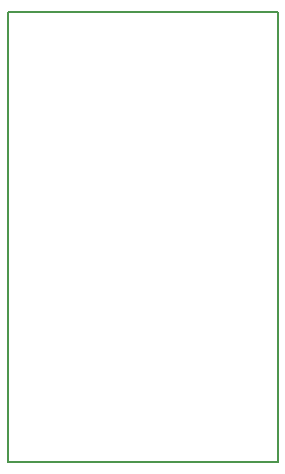
<source format=gbr>
G04 #@! TF.GenerationSoftware,KiCad,Pcbnew,5.1.5+dfsg1-2build2*
G04 #@! TF.CreationDate,2020-09-05T16:32:43+02:00*
G04 #@! TF.ProjectId,onstep-ramps-shield,6f6e7374-6570-42d7-9261-6d70732d7368,1*
G04 #@! TF.SameCoordinates,Original*
G04 #@! TF.FileFunction,Paste,Bot*
G04 #@! TF.FilePolarity,Positive*
%FSLAX46Y46*%
G04 Gerber Fmt 4.6, Leading zero omitted, Abs format (unit mm)*
G04 Created by KiCad (PCBNEW 5.1.5+dfsg1-2build2) date 2020-09-05 16:32:43*
%MOMM*%
%LPD*%
G04 APERTURE LIST*
%ADD10C,0.152400*%
G04 APERTURE END LIST*
D10*
X180340000Y-95250000D02*
X180340000Y-57150000D01*
X157480000Y-95250000D02*
X180340000Y-95250000D01*
X157480000Y-57150000D02*
X157480000Y-95250000D01*
X180340000Y-57150000D02*
X157480000Y-57150000D01*
M02*

</source>
